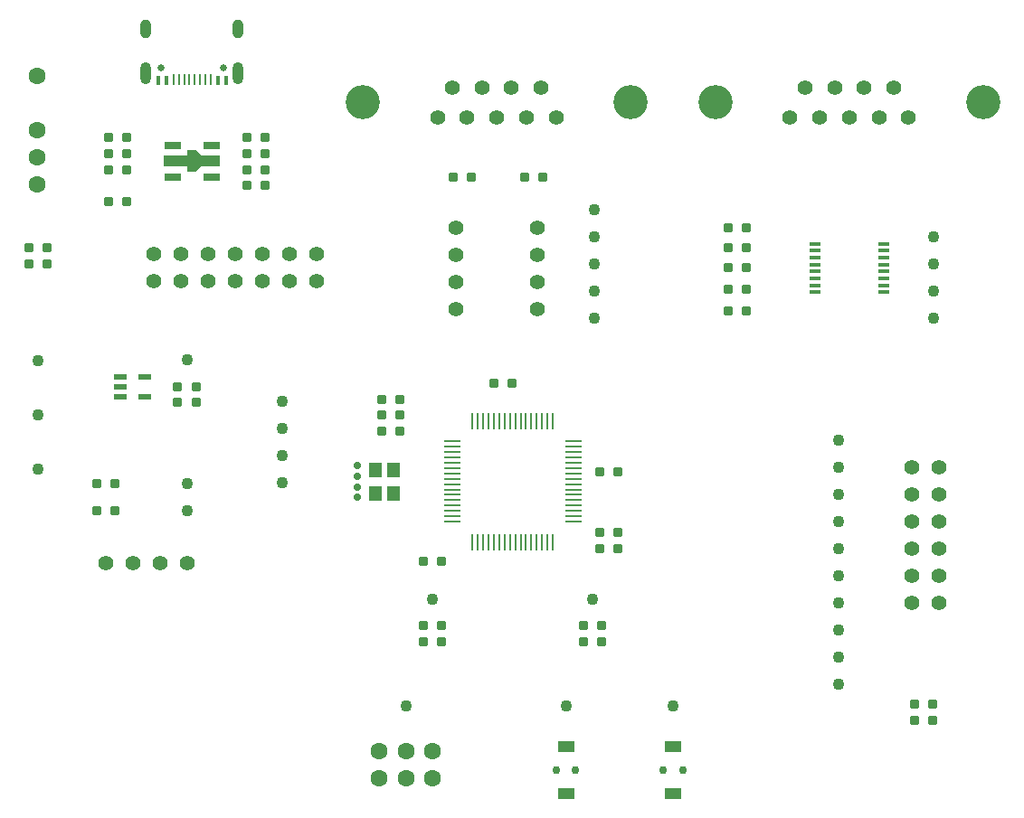
<source format=gts>
G04 #@! TF.GenerationSoftware,KiCad,Pcbnew,7.0.6*
G04 #@! TF.CreationDate,2023-12-17T19:57:47+09:00*
G04 #@! TF.ProjectId,EB-RH850F1KMS1,45422d52-4838-4353-9046-314b4d53312e,V1.0*
G04 #@! TF.SameCoordinates,Original*
G04 #@! TF.FileFunction,Soldermask,Top*
G04 #@! TF.FilePolarity,Negative*
%FSLAX46Y46*%
G04 Gerber Fmt 4.6, Leading zero omitted, Abs format (unit mm)*
G04 Created by KiCad (PCBNEW 7.0.6) date 2023-12-17 19:57:47*
%MOMM*%
%LPD*%
G01*
G04 APERTURE LIST*
G04 Aperture macros list*
%AMRoundRect*
0 Rectangle with rounded corners*
0 $1 Rounding radius*
0 $2 $3 $4 $5 $6 $7 $8 $9 X,Y pos of 4 corners*
0 Add a 4 corners polygon primitive as box body*
4,1,4,$2,$3,$4,$5,$6,$7,$8,$9,$2,$3,0*
0 Add four circle primitives for the rounded corners*
1,1,$1+$1,$2,$3*
1,1,$1+$1,$4,$5*
1,1,$1+$1,$6,$7*
1,1,$1+$1,$8,$9*
0 Add four rect primitives between the rounded corners*
20,1,$1+$1,$2,$3,$4,$5,0*
20,1,$1+$1,$4,$5,$6,$7,0*
20,1,$1+$1,$6,$7,$8,$9,0*
20,1,$1+$1,$8,$9,$2,$3,0*%
%AMFreePoly0*
4,1,13,0.900000,0.500000,2.600000,0.500000,2.600000,-0.500000,0.900000,-0.500000,0.400000,-1.000000,-0.400000,-1.000000,-0.400000,-0.500000,-2.600000,-0.500000,-2.600000,0.500000,-0.400000,0.500000,-0.400000,1.000000,0.400000,1.000000,0.900000,0.500000,0.900000,0.500000,$1*%
G04 Aperture macros list end*
%ADD10C,1.100000*%
%ADD11RoundRect,0.200000X-0.250000X-0.200000X0.250000X-0.200000X0.250000X0.200000X-0.250000X0.200000X0*%
%ADD12RoundRect,0.200000X0.250000X0.200000X-0.250000X0.200000X-0.250000X-0.200000X0.250000X-0.200000X0*%
%ADD13R,1.200000X0.500000*%
%ADD14C,0.750000*%
%ADD15R,1.600000X1.000000*%
%ADD16C,1.600000*%
%ADD17RoundRect,0.150000X0.150000X-0.150000X0.150000X0.150000X-0.150000X0.150000X-0.150000X-0.150000X0*%
%ADD18RoundRect,0.050800X-0.050800X0.724200X-0.050800X-0.724200X0.050800X-0.724200X0.050800X0.724200X0*%
%ADD19RoundRect,0.050800X-0.724200X0.050800X-0.724200X-0.050800X0.724200X-0.050800X0.724200X0.050800X0*%
%ADD20C,3.200000*%
%ADD21C,1.400000*%
%ADD22O,1.000000X1.800000*%
%ADD23C,0.650000*%
%ADD24O,1.000000X2.100000*%
%ADD25R,0.450000X0.940000*%
%ADD26R,0.203200X1.140000*%
%ADD27RoundRect,0.150000X-0.150000X0.150000X-0.150000X-0.150000X0.150000X-0.150000X0.150000X0.150000X0*%
%ADD28R,1.500000X0.700000*%
%ADD29FreePoly0,0.000000*%
%ADD30RoundRect,0.075000X-0.475000X-0.075000X0.475000X-0.075000X0.475000X0.075000X-0.475000X0.075000X0*%
%ADD31R,1.200000X1.400000*%
G04 APERTURE END LIST*
D10*
X-30480000Y-5240000D03*
D11*
X-45250000Y15400000D03*
X-43550000Y15400000D03*
D12*
X-36150000Y24200000D03*
X-37850000Y24200000D03*
X-6650000Y-12500000D03*
X-8350000Y-12500000D03*
D10*
X30480000Y-21430000D03*
D13*
X-36710000Y4830000D03*
X-36710000Y3880000D03*
X-36710000Y2930000D03*
X-34410000Y2930000D03*
X-34410000Y4830000D03*
D11*
X8150000Y-4100000D03*
X9850000Y-4100000D03*
D10*
X39370000Y10320000D03*
D12*
X-10550000Y2700000D03*
X-12250000Y2700000D03*
D11*
X-38950000Y-5240000D03*
X-37250000Y-5240000D03*
X-37850000Y25700000D03*
X-36150000Y25700000D03*
D10*
X30480000Y-8730000D03*
D14*
X15900000Y-32000000D03*
X14100000Y-32000000D03*
D15*
X15000000Y-34200000D03*
X15000000Y-29800000D03*
D11*
X-45250000Y16900000D03*
X-43550000Y16900000D03*
D16*
X-12500000Y-32775000D03*
X-10000000Y-32775000D03*
X-7500000Y-32775000D03*
X-12500000Y-30275000D03*
X-10000000Y-30275000D03*
X-7500000Y-30275000D03*
D10*
X39370000Y17940000D03*
X-44450000Y-3810000D03*
D11*
X6650000Y-18500000D03*
X8350000Y-18500000D03*
D10*
X7500000Y-16000000D03*
X30480000Y-23970000D03*
X-21590000Y-5080000D03*
D12*
X-10550000Y1200000D03*
X-12250000Y1200000D03*
D17*
X-14500000Y-6500000D03*
X-14500000Y-5500000D03*
D18*
X3750000Y675000D03*
X3250000Y675000D03*
X2750000Y675000D03*
X2250000Y675000D03*
X1750000Y675000D03*
X1250000Y675000D03*
X750000Y675000D03*
X250000Y675000D03*
X-250000Y675000D03*
X-750000Y675000D03*
X-1250000Y675000D03*
X-1750000Y675000D03*
X-2250000Y675000D03*
X-2750000Y675000D03*
X-3250000Y675000D03*
X-3750000Y675000D03*
D19*
X-5675000Y-1250000D03*
X-5675000Y-1750000D03*
X-5675000Y-2250000D03*
X-5675000Y-2750000D03*
X-5675000Y-3250000D03*
X-5675000Y-3750000D03*
X-5675000Y-4250000D03*
X-5675000Y-4750000D03*
X-5675000Y-5250000D03*
X-5675000Y-5750000D03*
X-5675000Y-6250000D03*
X-5675000Y-6750000D03*
X-5675000Y-7250000D03*
X-5675000Y-7750000D03*
X-5675000Y-8250000D03*
X-5675000Y-8750000D03*
D18*
X-3750000Y-10675000D03*
X-3250000Y-10675000D03*
X-2750000Y-10675000D03*
X-2250000Y-10675000D03*
X-1750000Y-10675000D03*
X-1250000Y-10675000D03*
X-750000Y-10675000D03*
X-250000Y-10675000D03*
X250000Y-10675000D03*
X750000Y-10675000D03*
X1250000Y-10675000D03*
X1750000Y-10675000D03*
X2250000Y-10675000D03*
X2750000Y-10675000D03*
X3250000Y-10675000D03*
X3750000Y-10675000D03*
D19*
X5675000Y-8750000D03*
X5675000Y-8250000D03*
X5675000Y-7750000D03*
X5675000Y-7250000D03*
X5675000Y-6750000D03*
X5675000Y-6250000D03*
X5675000Y-5750000D03*
X5675000Y-5250000D03*
X5675000Y-4750000D03*
X5675000Y-4250000D03*
X5675000Y-3750000D03*
X5675000Y-3250000D03*
X5675000Y-2750000D03*
X5675000Y-2250000D03*
X5675000Y-1750000D03*
X5675000Y-1250000D03*
D20*
X11010000Y30489669D03*
X-13990000Y30489669D03*
D21*
X4050000Y29069669D03*
X1280000Y29069669D03*
X-1490000Y29069669D03*
X-4260000Y29069669D03*
X-7030000Y29069669D03*
X2665000Y31909669D03*
X-105000Y31909669D03*
X-2875000Y31909669D03*
X-5645000Y31909669D03*
D10*
X-7500000Y-16000000D03*
X-44450000Y6350000D03*
X-21590000Y-2540000D03*
D21*
X-38100000Y-12655000D03*
X-35560000Y-12655000D03*
X-33020000Y-12655000D03*
X-30480000Y-12655000D03*
X37400000Y-3650000D03*
X39940000Y-3650000D03*
X37400000Y-6190000D03*
X39940000Y-6190000D03*
X37400000Y-8730000D03*
X39940000Y-8730000D03*
X37400000Y-11270000D03*
X39940000Y-11270000D03*
X37400000Y-13810000D03*
X39940000Y-13810000D03*
X37400000Y-16350000D03*
X39940000Y-16350000D03*
D11*
X-31350000Y3900000D03*
X-29650000Y3900000D03*
D10*
X15000000Y-26000000D03*
X30480000Y-6190000D03*
D11*
X-8350000Y-20000000D03*
X-6650000Y-20000000D03*
D10*
X-21590000Y0D03*
D12*
X-36150000Y27200000D03*
X-37850000Y27200000D03*
D10*
X39370000Y15400000D03*
D22*
X-25680000Y37425000D03*
D23*
X-27110000Y33745000D03*
X-32890000Y33745000D03*
D24*
X-34320000Y33245000D03*
D22*
X-34320000Y37425000D03*
D25*
X-26800000Y32575000D03*
X-27600000Y32575000D03*
D26*
X-28750000Y32675000D03*
X-29750000Y32675000D03*
X-30250000Y32675000D03*
X-31250000Y32675000D03*
D25*
X-32400000Y32575000D03*
X-33200000Y32575000D03*
X-33200000Y32575000D03*
X-32400000Y32575000D03*
D26*
X-31750000Y32675000D03*
X-30750000Y32675000D03*
X-29250000Y32675000D03*
X-28250000Y32675000D03*
D25*
X-27600000Y32575000D03*
X-26800000Y32575000D03*
D24*
X-25680000Y33245000D03*
D10*
X-44450000Y1270000D03*
X7620000Y20480000D03*
X30480000Y-3650000D03*
X30480000Y-11270000D03*
D11*
X-24850000Y27200000D03*
X-23150000Y27200000D03*
D10*
X-10000000Y-26000000D03*
X7620000Y12860000D03*
D11*
X-37850000Y21200000D03*
X-36150000Y21200000D03*
D10*
X-21590000Y2540000D03*
D11*
X8150000Y-11300000D03*
X9850000Y-11300000D03*
D20*
X44010000Y30489669D03*
X19010000Y30489669D03*
D21*
X37050000Y29069669D03*
X34280000Y29069669D03*
X31510000Y29069669D03*
X28740000Y29069669D03*
X25970000Y29069669D03*
X35665000Y31909669D03*
X32895000Y31909669D03*
X30125000Y31909669D03*
X27355000Y31909669D03*
D10*
X30480000Y-1110000D03*
X30480000Y-13810000D03*
D11*
X-24850000Y25700000D03*
X-23150000Y25700000D03*
D10*
X-30480000Y6420000D03*
X30480000Y-16350000D03*
D27*
X-14500000Y-3500000D03*
X-14500000Y-4500000D03*
D10*
X39370000Y12860000D03*
D14*
X5900000Y-32000000D03*
X4100000Y-32000000D03*
D15*
X5000000Y-34200000D03*
X5000000Y-29800000D03*
D10*
X5000000Y-26000000D03*
X7620000Y17940000D03*
X-30480000Y-7780000D03*
X7620000Y10320000D03*
D11*
X-31350000Y2400000D03*
X-29650000Y2400000D03*
X-24850000Y24200000D03*
X-23150000Y24200000D03*
X1150000Y23500000D03*
X2850000Y23500000D03*
X-8350000Y-18500000D03*
X-6650000Y-18500000D03*
D16*
X-44500000Y33000000D03*
X-44500000Y27920000D03*
X-44500000Y25380000D03*
X-44500000Y22840000D03*
D12*
X21850000Y16900000D03*
X20150000Y16900000D03*
D21*
X-33620000Y13730000D03*
X-33620000Y16270000D03*
X-31080000Y13730000D03*
X-31080000Y16270000D03*
X-28540000Y13730000D03*
X-28540000Y16270000D03*
X-26000000Y13730000D03*
X-26000000Y16270000D03*
X-23460000Y13730000D03*
X-23460000Y16270000D03*
X-20920000Y13730000D03*
X-20920000Y16270000D03*
X-18380000Y13730000D03*
X-18380000Y16270000D03*
D12*
X-50000Y4200000D03*
X-1750000Y4200000D03*
D11*
X-5550000Y23500000D03*
X-3850000Y23500000D03*
X20150000Y15000000D03*
X21850000Y15000000D03*
D28*
X-31850000Y26500000D03*
D29*
X-30000000Y25000000D03*
D28*
X-31850000Y23500000D03*
X-28150000Y23500000D03*
X-28150000Y26500000D03*
D11*
X37650000Y-27400000D03*
X39350000Y-27400000D03*
X37650000Y-25900000D03*
X39350000Y-25900000D03*
D12*
X21850000Y11000000D03*
X20150000Y11000000D03*
X-10550000Y-300000D03*
X-12250000Y-300000D03*
X9850000Y-9800000D03*
X8150000Y-9800000D03*
X21850000Y13000000D03*
X20150000Y13000000D03*
D10*
X30480000Y-18890000D03*
D30*
X28300000Y17275000D03*
X28300000Y16625000D03*
X28300000Y15975000D03*
X28300000Y15325000D03*
X28300000Y14675000D03*
X28300000Y14025000D03*
X28300000Y13375000D03*
X28300000Y12725000D03*
X34700000Y12725000D03*
X34700000Y13375000D03*
X34700000Y14025000D03*
X34700000Y14675000D03*
X34700000Y15325000D03*
X34700000Y15975000D03*
X34700000Y16625000D03*
X34700000Y17275000D03*
D11*
X6650000Y-20000000D03*
X8350000Y-20000000D03*
D31*
X-11150000Y-6100000D03*
X-11150000Y-3900000D03*
X-12850000Y-3900000D03*
X-12850000Y-6100000D03*
D11*
X-24850000Y22700000D03*
X-23150000Y22700000D03*
X20150000Y18800000D03*
X21850000Y18800000D03*
D21*
X-5300000Y18800000D03*
X-5300000Y16260000D03*
X-5300000Y13720000D03*
X-5300000Y11180000D03*
X2320000Y11180000D03*
X2320000Y13720000D03*
X2320000Y16260000D03*
X2320000Y18800000D03*
D11*
X-38950000Y-7780000D03*
X-37250000Y-7780000D03*
D10*
X7620000Y15400000D03*
M02*

</source>
